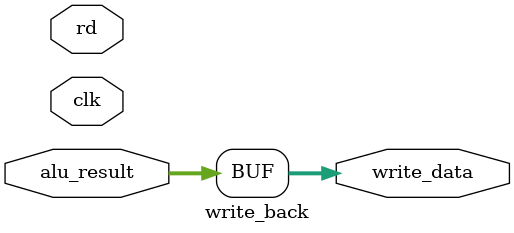
<source format=sv>
module write_back #(parameter WIDTH=32)
    (
        input wire clk,
        input wire [WIDTH-1:0] alu_result,
        input wire [4:0] rd,
        output wire [WIDTH-1:0] write_data
    );
    
        // For simplicity, we directly route ALU result to write_data output.
        assign write_data = alu_result;
    
    endmodule
    
</source>
